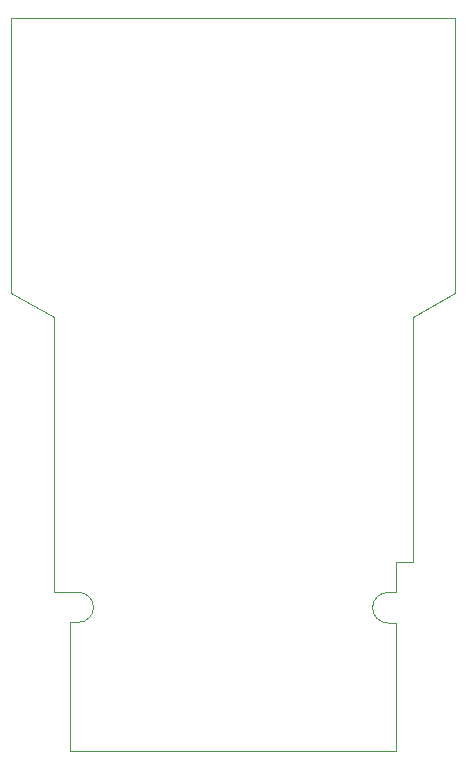
<source format=gbr>
%TF.GenerationSoftware,KiCad,Pcbnew,(6.0.2)*%
%TF.CreationDate,2022-09-17T11:41:15-05:00*%
%TF.ProjectId,REF2160,52454632-3136-4302-9e6b-696361645f70,rev?*%
%TF.SameCoordinates,Original*%
%TF.FileFunction,Profile,NP*%
%FSLAX46Y46*%
G04 Gerber Fmt 4.6, Leading zero omitted, Abs format (unit mm)*
G04 Created by KiCad (PCBNEW (6.0.2)) date 2022-09-17 11:41:15*
%MOMM*%
%LPD*%
G01*
G04 APERTURE LIST*
%TA.AperFunction,Profile*%
%ADD10C,0.002000*%
%TD*%
G04 APERTURE END LIST*
D10*
X165188300Y-119424400D02*
X164539448Y-119424400D01*
X165188300Y-116874400D02*
X165188300Y-119424400D01*
X136188300Y-96124400D02*
X136188300Y-119424400D01*
X132588300Y-94074400D02*
X132588300Y-70824400D01*
X164539448Y-119424400D02*
G75*
G03*
X164493448Y-122006889I-55685J-1290662D01*
G01*
X136188300Y-96124400D02*
X132588300Y-94074400D01*
X132588300Y-70824400D02*
X170188300Y-70824400D01*
X138284000Y-121965000D02*
X137563300Y-121965000D01*
X166588300Y-116874400D02*
X165188300Y-116874400D01*
X137563300Y-121965000D02*
X137563300Y-132824400D01*
X165213300Y-132824400D02*
X137563300Y-132824400D01*
X138284000Y-121965000D02*
G75*
G03*
X138238000Y-119424400I9155J1270882D01*
G01*
X138238000Y-119424400D02*
X136188300Y-119424400D01*
X170188300Y-70824400D02*
X170188300Y-94074400D01*
X165213300Y-122006889D02*
X164493448Y-122006889D01*
X166588300Y-96124400D02*
X166588300Y-116874400D01*
X170188300Y-94074400D02*
X166588300Y-96124400D01*
X165213300Y-122006889D02*
X165213300Y-132824400D01*
M02*

</source>
